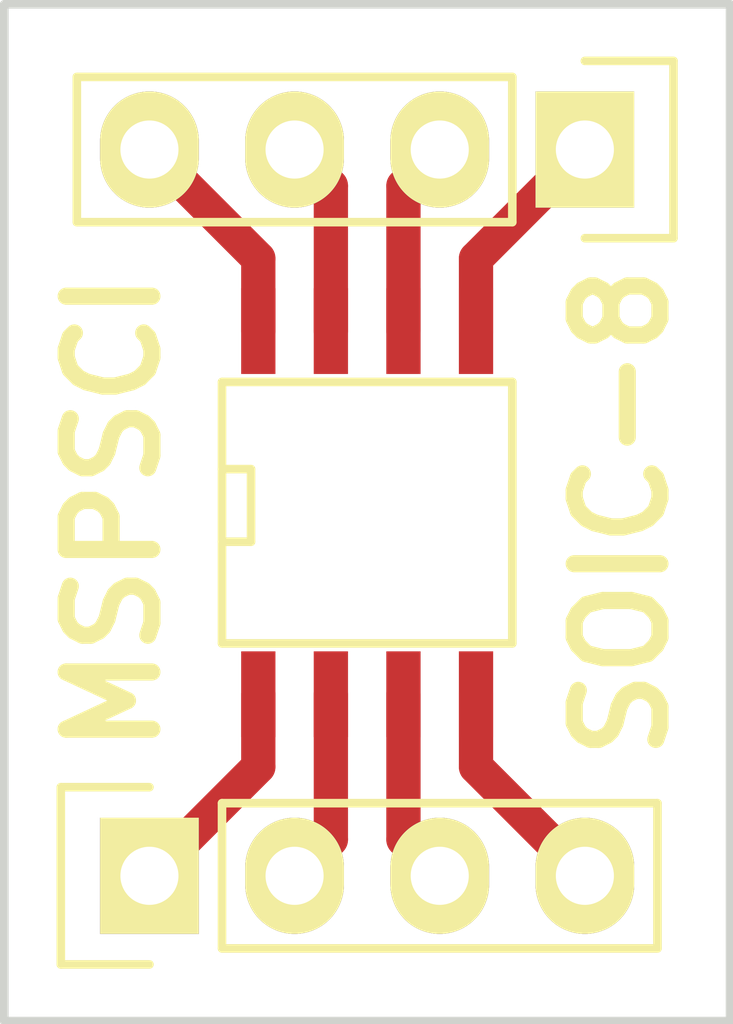
<source format=kicad_pcb>
(kicad_pcb (version 4) (host pcbnew 4.0.1-stable)

  (general
    (links 8)
    (no_connects 0)
    (area 138.555 93.951666 158.475 116.868333)
    (thickness 1.6)
    (drawings 6)
    (tracks 18)
    (zones 0)
    (modules 3)
    (nets 9)
  )

  (page A4)
  (layers
    (0 F.Cu signal)
    (31 B.Cu signal)
    (32 B.Adhes user)
    (33 F.Adhes user)
    (34 B.Paste user)
    (35 F.Paste user)
    (36 B.SilkS user)
    (37 F.SilkS user)
    (38 B.Mask user)
    (39 F.Mask user)
    (40 Dwgs.User user)
    (41 Cmts.User user)
    (42 Eco1.User user)
    (43 Eco2.User user)
    (44 Edge.Cuts user)
    (45 Margin user)
    (46 B.CrtYd user)
    (47 F.CrtYd user)
    (48 B.Fab user)
    (49 F.Fab user)
  )

  (setup
    (last_trace_width 0.6)
    (trace_clearance 0.2)
    (zone_clearance 0.508)
    (zone_45_only no)
    (trace_min 0.2)
    (segment_width 0.2)
    (edge_width 0.15)
    (via_size 0.6)
    (via_drill 0.4)
    (via_min_size 0.4)
    (via_min_drill 0.3)
    (uvia_size 0.3)
    (uvia_drill 0.1)
    (uvias_allowed no)
    (uvia_min_size 0.2)
    (uvia_min_drill 0.1)
    (pcb_text_width 0.3)
    (pcb_text_size 1.5 1.5)
    (mod_edge_width 0.15)
    (mod_text_size 1 1)
    (mod_text_width 0.15)
    (pad_size 1.524 1.524)
    (pad_drill 0.762)
    (pad_to_mask_clearance 0.2)
    (aux_axis_origin 0 0)
    (visible_elements FFFFFF7F)
    (pcbplotparams
      (layerselection 0x010f0_80000001)
      (usegerberextensions false)
      (excludeedgelayer true)
      (linewidth 0.020000)
      (plotframeref false)
      (viasonmask false)
      (mode 1)
      (useauxorigin false)
      (hpglpennumber 1)
      (hpglpenspeed 20)
      (hpglpendiameter 15)
      (hpglpenoverlay 2)
      (psnegative false)
      (psa4output false)
      (plotreference true)
      (plotvalue true)
      (plotinvisibletext false)
      (padsonsilk false)
      (subtractmaskfromsilk false)
      (outputformat 1)
      (mirror false)
      (drillshape 0)
      (scaleselection 1)
      (outputdirectory ""))
  )

  (net 0 "")
  (net 1 "Net-(P1-Pad1)")
  (net 2 "Net-(P1-Pad2)")
  (net 3 "Net-(P1-Pad3)")
  (net 4 "Net-(P1-Pad4)")
  (net 5 "Net-(P2-Pad1)")
  (net 6 "Net-(P2-Pad2)")
  (net 7 "Net-(P2-Pad3)")
  (net 8 "Net-(P2-Pad4)")

  (net_class Default "This is the default net class."
    (clearance 0.2)
    (trace_width 0.6)
    (via_dia 0.6)
    (via_drill 0.4)
    (uvia_dia 0.3)
    (uvia_drill 0.1)
    (add_net "Net-(P1-Pad1)")
    (add_net "Net-(P1-Pad2)")
    (add_net "Net-(P1-Pad3)")
    (add_net "Net-(P1-Pad4)")
    (add_net "Net-(P2-Pad1)")
    (add_net "Net-(P2-Pad2)")
    (add_net "Net-(P2-Pad3)")
    (add_net "Net-(P2-Pad4)")
  )

  (module Pin_Headers:Pin_Header_Straight_1x04 (layer F.Cu) (tedit 56D4CA55) (tstamp 56D4C9DA)
    (at 144.78 111.76 90)
    (descr "Through hole pin header")
    (tags "pin header")
    (path /56D4C978)
    (fp_text reference P1 (at 0 -5.1 90) (layer F.SilkS) hide
      (effects (font (size 1 1) (thickness 0.15)))
    )
    (fp_text value CONN_01X04 (at 0 -3.1 90) (layer F.Fab) hide
      (effects (font (size 1 1) (thickness 0.15)))
    )
    (fp_line (start -1.75 -1.75) (end -1.75 9.4) (layer F.CrtYd) (width 0.05))
    (fp_line (start 1.75 -1.75) (end 1.75 9.4) (layer F.CrtYd) (width 0.05))
    (fp_line (start -1.75 -1.75) (end 1.75 -1.75) (layer F.CrtYd) (width 0.05))
    (fp_line (start -1.75 9.4) (end 1.75 9.4) (layer F.CrtYd) (width 0.05))
    (fp_line (start -1.27 1.27) (end -1.27 8.89) (layer F.SilkS) (width 0.15))
    (fp_line (start 1.27 1.27) (end 1.27 8.89) (layer F.SilkS) (width 0.15))
    (fp_line (start 1.55 -1.55) (end 1.55 0) (layer F.SilkS) (width 0.15))
    (fp_line (start -1.27 8.89) (end 1.27 8.89) (layer F.SilkS) (width 0.15))
    (fp_line (start 1.27 1.27) (end -1.27 1.27) (layer F.SilkS) (width 0.15))
    (fp_line (start -1.55 0) (end -1.55 -1.55) (layer F.SilkS) (width 0.15))
    (fp_line (start -1.55 -1.55) (end 1.55 -1.55) (layer F.SilkS) (width 0.15))
    (pad 1 thru_hole rect (at 0 0 90) (size 2.032 1.7272) (drill 1.016) (layers *.Cu *.Mask F.SilkS)
      (net 1 "Net-(P1-Pad1)"))
    (pad 2 thru_hole oval (at 0 2.54 90) (size 2.032 1.7272) (drill 1.016) (layers *.Cu *.Mask F.SilkS)
      (net 2 "Net-(P1-Pad2)"))
    (pad 3 thru_hole oval (at 0 5.08 90) (size 2.032 1.7272) (drill 1.016) (layers *.Cu *.Mask F.SilkS)
      (net 3 "Net-(P1-Pad3)"))
    (pad 4 thru_hole oval (at 0 7.62 90) (size 2.032 1.7272) (drill 1.016) (layers *.Cu *.Mask F.SilkS)
      (net 4 "Net-(P1-Pad4)"))
    (model Pin_Headers.3dshapes/Pin_Header_Straight_1x04.wrl
      (at (xyz 0 -0.15 0))
      (scale (xyz 1 1 1))
      (rotate (xyz 0 0 90))
    )
  )

  (module Pin_Headers:Pin_Header_Straight_1x04 (layer F.Cu) (tedit 56D4CA47) (tstamp 56D4C9E2)
    (at 152.4 99.06 270)
    (descr "Through hole pin header")
    (tags "pin header")
    (path /56D4C9E5)
    (fp_text reference P2 (at 0 -5.1 270) (layer F.SilkS) hide
      (effects (font (size 1 1) (thickness 0.15)))
    )
    (fp_text value CONN_01X04 (at 0 -3.1 270) (layer F.Fab) hide
      (effects (font (size 1 1) (thickness 0.15)))
    )
    (fp_line (start -1.75 -1.75) (end -1.75 9.4) (layer F.CrtYd) (width 0.05))
    (fp_line (start 1.75 -1.75) (end 1.75 9.4) (layer F.CrtYd) (width 0.05))
    (fp_line (start -1.75 -1.75) (end 1.75 -1.75) (layer F.CrtYd) (width 0.05))
    (fp_line (start -1.75 9.4) (end 1.75 9.4) (layer F.CrtYd) (width 0.05))
    (fp_line (start -1.27 1.27) (end -1.27 8.89) (layer F.SilkS) (width 0.15))
    (fp_line (start 1.27 1.27) (end 1.27 8.89) (layer F.SilkS) (width 0.15))
    (fp_line (start 1.55 -1.55) (end 1.55 0) (layer F.SilkS) (width 0.15))
    (fp_line (start -1.27 8.89) (end 1.27 8.89) (layer F.SilkS) (width 0.15))
    (fp_line (start 1.27 1.27) (end -1.27 1.27) (layer F.SilkS) (width 0.15))
    (fp_line (start -1.55 0) (end -1.55 -1.55) (layer F.SilkS) (width 0.15))
    (fp_line (start -1.55 -1.55) (end 1.55 -1.55) (layer F.SilkS) (width 0.15))
    (pad 1 thru_hole rect (at 0 0 270) (size 2.032 1.7272) (drill 1.016) (layers *.Cu *.Mask F.SilkS)
      (net 5 "Net-(P2-Pad1)"))
    (pad 2 thru_hole oval (at 0 2.54 270) (size 2.032 1.7272) (drill 1.016) (layers *.Cu *.Mask F.SilkS)
      (net 6 "Net-(P2-Pad2)"))
    (pad 3 thru_hole oval (at 0 5.08 270) (size 2.032 1.7272) (drill 1.016) (layers *.Cu *.Mask F.SilkS)
      (net 7 "Net-(P2-Pad3)"))
    (pad 4 thru_hole oval (at 0 7.62 270) (size 2.032 1.7272) (drill 1.016) (layers *.Cu *.Mask F.SilkS)
      (net 8 "Net-(P2-Pad4)"))
    (model Pin_Headers.3dshapes/Pin_Header_Straight_1x04.wrl
      (at (xyz 0 -0.15 0))
      (scale (xyz 1 1 1))
      (rotate (xyz 0 0 90))
    )
  )

  (module SMD_Packages:SOIC-8-N2 (layer F.Cu) (tedit 56D4CA4F) (tstamp 56D4C9F5)
    (at 148.59 105.41)
    (descr "Module Narrow CMS SOJ 8 pins large")
    (tags "CMS SOJ")
    (path /56D4C911)
    (attr smd)
    (fp_text reference U1 (at -3.556 3.81 90) (layer F.SilkS) hide
      (effects (font (size 1 1) (thickness 0.15)))
    )
    (fp_text value TL072 (at 0 1.27) (layer F.Fab) hide
      (effects (font (size 1 1) (thickness 0.15)))
    )
    (fp_line (start -2.54 -2.286) (end 2.54 -2.286) (layer F.SilkS) (width 0.15))
    (fp_line (start 2.54 -2.286) (end 2.54 2.286) (layer F.SilkS) (width 0.15))
    (fp_line (start 2.54 2.286) (end -2.54 2.286) (layer F.SilkS) (width 0.15))
    (fp_line (start -2.54 2.286) (end -2.54 -2.286) (layer F.SilkS) (width 0.15))
    (fp_line (start -2.54 -0.762) (end -2.032 -0.762) (layer F.SilkS) (width 0.15))
    (fp_line (start -2.032 -0.762) (end -2.032 0.508) (layer F.SilkS) (width 0.15))
    (fp_line (start -2.032 0.508) (end -2.54 0.508) (layer F.SilkS) (width 0.15))
    (pad 8 smd rect (at -1.905 -3.175) (size 0.6 1.5) (layers F.Cu F.Paste F.Mask)
      (net 8 "Net-(P2-Pad4)"))
    (pad 7 smd rect (at -0.635 -3.175) (size 0.6 1.5) (layers F.Cu F.Paste F.Mask)
      (net 7 "Net-(P2-Pad3)"))
    (pad 6 smd rect (at 0.635 -3.175) (size 0.6 1.5) (layers F.Cu F.Paste F.Mask)
      (net 6 "Net-(P2-Pad2)"))
    (pad 5 smd rect (at 1.905 -3.175) (size 0.6 1.5) (layers F.Cu F.Paste F.Mask)
      (net 5 "Net-(P2-Pad1)"))
    (pad 4 smd rect (at 1.905 3.175) (size 0.6 1.5) (layers F.Cu F.Paste F.Mask)
      (net 4 "Net-(P1-Pad4)"))
    (pad 3 smd rect (at 0.635 3.175) (size 0.6 1.5) (layers F.Cu F.Paste F.Mask)
      (net 3 "Net-(P1-Pad3)"))
    (pad 2 smd rect (at -0.635 3.175) (size 0.6 1.5) (layers F.Cu F.Paste F.Mask)
      (net 2 "Net-(P1-Pad2)"))
    (pad 1 smd rect (at -1.905 3.175) (size 0.6 1.5) (layers F.Cu F.Paste F.Mask)
      (net 1 "Net-(P1-Pad1)"))
    (model SMD_Packages.3dshapes/SOIC-8-N.wrl
      (at (xyz 0 0 0))
      (scale (xyz 0.5 0.38 0.5))
      (rotate (xyz 0 0 0))
    )
  )

  (gr_text MSPSCI (at 144.145 105.41 90) (layer F.SilkS)
    (effects (font (size 1.5 1.5) (thickness 0.3)))
  )
  (gr_text SOIC-8 (at 153.035 105.41 90) (layer F.SilkS)
    (effects (font (size 1.5 1.5) (thickness 0.3)))
  )
  (gr_line (start 142.24 114.3) (end 142.24 96.52) (angle 90) (layer Edge.Cuts) (width 0.15))
  (gr_line (start 154.94 114.3) (end 142.24 114.3) (angle 90) (layer Edge.Cuts) (width 0.15))
  (gr_line (start 154.94 96.52) (end 154.94 114.3) (angle 90) (layer Edge.Cuts) (width 0.15))
  (gr_line (start 142.24 96.52) (end 154.94 96.52) (angle 90) (layer Edge.Cuts) (width 0.15))

  (segment (start 146.685 108.585) (end 146.685 109.855) (width 0.6) (layer F.Cu) (net 1) (status 400000))
  (segment (start 146.685 109.855) (end 144.78 111.76) (width 0.6) (layer F.Cu) (net 1) (tstamp 56D4CC0D) (status 800000))
  (segment (start 147.955 108.585) (end 147.955 111.125) (width 0.6) (layer F.Cu) (net 2) (status C00000))
  (segment (start 147.955 111.125) (end 147.32 111.76) (width 0.6) (layer F.Cu) (net 2) (tstamp 56D4CC0A) (status C00000))
  (segment (start 147.8661 111.2139) (end 147.32 111.76) (width 0.6) (layer F.Cu) (net 2) (tstamp 56D4CA3B) (status C00000))
  (segment (start 149.225 108.585) (end 149.225 111.125) (width 0.6) (layer F.Cu) (net 3) (status C00000))
  (segment (start 149.225 111.125) (end 149.86 111.76) (width 0.6) (layer F.Cu) (net 3) (tstamp 56D4CC07) (status C00000))
  (segment (start 150.495 108.585) (end 150.495 109.855) (width 0.6) (layer F.Cu) (net 4) (status 400000))
  (segment (start 150.495 109.855) (end 152.4 111.76) (width 0.6) (layer F.Cu) (net 4) (tstamp 56D4CC04) (status 800000))
  (segment (start 150.495 102.235) (end 150.495 100.965) (width 0.6) (layer F.Cu) (net 5) (status 400000))
  (segment (start 150.495 100.965) (end 152.4 99.06) (width 0.6) (layer F.Cu) (net 5) (tstamp 56D4CC01) (status 800000))
  (segment (start 149.225 102.235) (end 149.225 99.695) (width 0.6) (layer F.Cu) (net 6) (status C00000))
  (segment (start 149.225 99.695) (end 149.86 99.06) (width 0.6) (layer F.Cu) (net 6) (tstamp 56D4CBFE) (status C00000))
  (segment (start 147.955 102.235) (end 147.955 99.695) (width 0.6) (layer F.Cu) (net 7) (status C00000))
  (segment (start 147.955 99.695) (end 147.32 99.06) (width 0.6) (layer F.Cu) (net 7) (tstamp 56D4CBFB) (status C00000))
  (segment (start 147.8661 99.6061) (end 147.32 99.06) (width 0.6) (layer F.Cu) (net 7) (tstamp 56D4CA2F) (status C00000))
  (segment (start 146.685 102.235) (end 146.685 100.965) (width 0.6) (layer F.Cu) (net 8) (status 400000))
  (segment (start 146.685 100.965) (end 144.78 99.06) (width 0.6) (layer F.Cu) (net 8) (tstamp 56D4CBF8) (status 800000))

)

</source>
